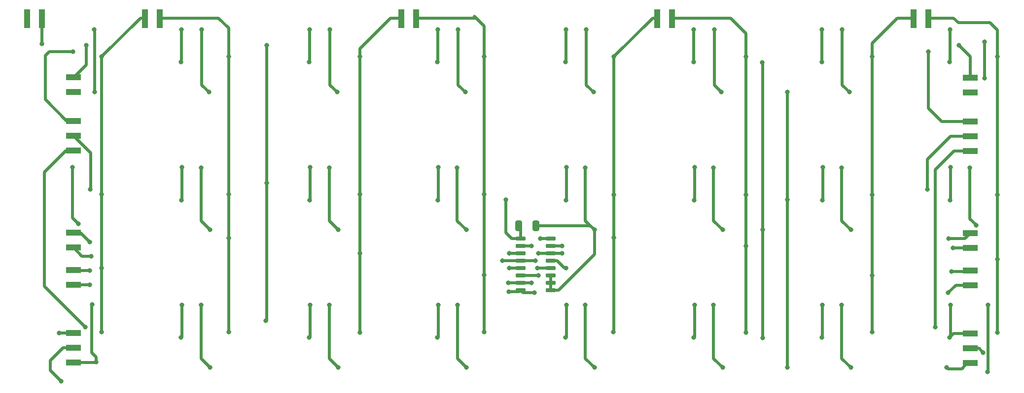
<source format=gbr>
%TF.GenerationSoftware,KiCad,Pcbnew,(6.0.7-1)-1*%
%TF.CreationDate,2022-12-02T15:50:44+01:00*%
%TF.ProjectId,3x8,3378382e-6b69-4636-9164-5f7063625858,rev?*%
%TF.SameCoordinates,Original*%
%TF.FileFunction,Copper,L2,Bot*%
%TF.FilePolarity,Positive*%
%FSLAX46Y46*%
G04 Gerber Fmt 4.6, Leading zero omitted, Abs format (unit mm)*
G04 Created by KiCad (PCBNEW (6.0.7-1)-1) date 2022-12-02 15:50:44*
%MOMM*%
%LPD*%
G01*
G04 APERTURE LIST*
G04 Aperture macros list*
%AMRoundRect*
0 Rectangle with rounded corners*
0 $1 Rounding radius*
0 $2 $3 $4 $5 $6 $7 $8 $9 X,Y pos of 4 corners*
0 Add a 4 corners polygon primitive as box body*
4,1,4,$2,$3,$4,$5,$6,$7,$8,$9,$2,$3,0*
0 Add four circle primitives for the rounded corners*
1,1,$1+$1,$2,$3*
1,1,$1+$1,$4,$5*
1,1,$1+$1,$6,$7*
1,1,$1+$1,$8,$9*
0 Add four rect primitives between the rounded corners*
20,1,$1+$1,$2,$3,$4,$5,0*
20,1,$1+$1,$4,$5,$6,$7,0*
20,1,$1+$1,$6,$7,$8,$9,0*
20,1,$1+$1,$8,$9,$2,$3,0*%
G04 Aperture macros list end*
%TA.AperFunction,SMDPad,CuDef*%
%ADD10R,2.600000X1.020000*%
%TD*%
%TA.AperFunction,SMDPad,CuDef*%
%ADD11R,1.020000X3.200000*%
%TD*%
%TA.AperFunction,SMDPad,CuDef*%
%ADD12RoundRect,0.150000X0.725000X0.150000X-0.725000X0.150000X-0.725000X-0.150000X0.725000X-0.150000X0*%
%TD*%
%TA.AperFunction,SMDPad,CuDef*%
%ADD13RoundRect,0.250000X-0.325000X-0.650000X0.325000X-0.650000X0.325000X0.650000X-0.325000X0.650000X0*%
%TD*%
%TA.AperFunction,ViaPad*%
%ADD14C,0.800000*%
%TD*%
%TA.AperFunction,Conductor*%
%ADD15C,0.500000*%
%TD*%
G04 APERTURE END LIST*
D10*
%TO.P,J19,1,Pin_1*%
%TO.N,S0*%
X182020000Y-79110000D03*
%TO.P,J19,2,Pin_2*%
%TO.N,S1*%
X182020000Y-81650000D03*
%TD*%
%TO.P,J16,1,Pin_1*%
%TO.N,P*%
X27970000Y-95000000D03*
%TO.P,J16,2,Pin_2*%
%TO.N,LedOut*%
X27970000Y-92460000D03*
%TO.P,J16,3,Pin_3*%
%TO.N,GND*%
X27970000Y-89920000D03*
%TD*%
D11*
%TO.P,J2,1,Pin_1*%
%TO.N,HallOut1*%
X40280000Y-35810000D03*
%TO.P,J2,2,Pin_2*%
%TO.N,HallOut2*%
X42820000Y-35810000D03*
%TD*%
D10*
%TO.P,J13,1,Pin_1*%
%TO.N,PQ1*%
X182030000Y-53475000D03*
%TO.P,J13,2,Pin_2*%
%TO.N,PQ2*%
X182030000Y-56015000D03*
%TO.P,J13,3,Pin_3*%
%TO.N,PQ3*%
X182030000Y-58555000D03*
%TD*%
D12*
%TO.P,UI1,1,Y0*%
%TO.N,HallOut2*%
X109936904Y-73635000D03*
%TO.P,UI1,2,Y2*%
%TO.N,HallOut6*%
X109936904Y-74905000D03*
%TO.P,UI1,3,Y*%
%TO.N,Hall2*%
X109936904Y-76175000D03*
%TO.P,UI1,4,Y3*%
%TO.N,HallOut8*%
X109936904Y-77445000D03*
%TO.P,UI1,5,Y1*%
%TO.N,HallOut4*%
X109936904Y-78715000D03*
%TO.P,UI1,6,Inh*%
%TO.N,GND*%
X109936904Y-79985000D03*
%TO.P,UI1,7,VEE*%
X109936904Y-81255000D03*
%TO.P,UI1,8,VSS*%
X109936904Y-82525000D03*
%TO.P,UI1,9,B*%
%TO.N,S1*%
X104786904Y-82525000D03*
%TO.P,UI1,10,A*%
%TO.N,S0*%
X104786904Y-81255000D03*
%TO.P,UI1,11,X3*%
%TO.N,HallOut7*%
X104786904Y-79985000D03*
%TO.P,UI1,12,X0*%
%TO.N,HallOut1*%
X104786904Y-78715000D03*
%TO.P,UI1,13,X*%
%TO.N,Hall1*%
X104786904Y-77445000D03*
%TO.P,UI1,14,X1*%
%TO.N,HallOut3*%
X104786904Y-76175000D03*
%TO.P,UI1,15,X2*%
%TO.N,HallOut5*%
X104786904Y-74905000D03*
%TO.P,UI1,16,VDD*%
%TO.N,P*%
X104786904Y-73635000D03*
%TD*%
D10*
%TO.P,J14,1,Pin_1*%
%TO.N,unconnected-(J14-Pad1)*%
X27980000Y-48450000D03*
%TO.P,J14,2,Pin_2*%
%TO.N,AGND*%
X27980000Y-45910000D03*
%TD*%
%TO.P,J17,1,Pin_1*%
%TO.N,GND*%
X182030000Y-90000000D03*
%TO.P,J17,2,Pin_2*%
%TO.N,LedOut*%
X182030000Y-92540000D03*
%TO.P,J17,3,Pin_3*%
%TO.N,P*%
X182030000Y-95080000D03*
%TD*%
D11*
%TO.P,J3,1,Pin_1*%
%TO.N,HallOut3*%
X84280000Y-35810000D03*
%TO.P,J3,2,Pin_2*%
%TO.N,HallOut4*%
X86820000Y-35810000D03*
%TD*%
D13*
%TO.P,CI1,1*%
%TO.N,P*%
X104485000Y-71440000D03*
%TO.P,CI1,2*%
%TO.N,GND*%
X107435000Y-71440000D03*
%TD*%
D10*
%TO.P,J20,1,Pin_1*%
%TO.N,Hall1*%
X27980000Y-75180000D03*
%TO.P,J20,2,Pin_2*%
%TO.N,Hall2*%
X27980000Y-72640000D03*
%TD*%
%TO.P,J18,1,Pin_1*%
%TO.N,S1*%
X27980000Y-81590000D03*
%TO.P,J18,2,Pin_2*%
%TO.N,S0*%
X27980000Y-79050000D03*
%TD*%
D11*
%TO.P,J10,1,Pin_1*%
%TO.N,unconnected-(J10-Pad1)*%
X20080000Y-35810000D03*
%TO.P,J10,2,Pin_2*%
%TO.N,LedIn*%
X22620000Y-35810000D03*
%TD*%
D10*
%TO.P,J21,1,Pin_1*%
%TO.N,Hall2*%
X182020000Y-72700000D03*
%TO.P,J21,2,Pin_2*%
%TO.N,Hall1*%
X182020000Y-75240000D03*
%TD*%
%TO.P,J15,1,Pin_1*%
%TO.N,AGND*%
X182020000Y-45970000D03*
%TO.P,J15,2,Pin_2*%
%TO.N,unconnected-(J15-Pad2)*%
X182020000Y-48510000D03*
%TD*%
%TO.P,J12,1,Pin_1*%
%TO.N,PQ3*%
X27970000Y-58475000D03*
%TO.P,J12,2,Pin_2*%
%TO.N,PQ2*%
X27970000Y-55935000D03*
%TO.P,J12,3,Pin_3*%
%TO.N,PQ1*%
X27970000Y-53395000D03*
%TD*%
D11*
%TO.P,J5,1,Pin_1*%
%TO.N,HallOut7*%
X172280000Y-35810000D03*
%TO.P,J5,2,Pin_2*%
%TO.N,HallOut8*%
X174820000Y-35810000D03*
%TD*%
%TO.P,J4,1,Pin_1*%
%TO.N,HallOut5*%
X128280000Y-35810000D03*
%TO.P,J4,2,Pin_2*%
%TO.N,HallOut6*%
X130820000Y-35810000D03*
%TD*%
D14*
%TO.N,P*%
X93920000Y-85050000D03*
X150586402Y-66993598D03*
X184970000Y-96580000D03*
X90576200Y-67046400D03*
X139476200Y-95846402D03*
X139283598Y-48446402D03*
X49920000Y-85050000D03*
X90650000Y-61360000D03*
X137920000Y-85050000D03*
X72030000Y-37700000D03*
X159920000Y-85050000D03*
X178650000Y-61360000D03*
X94030000Y-37700000D03*
X112650000Y-61360000D03*
X31560000Y-37700000D03*
X73283598Y-48446402D03*
X31933599Y-94896401D03*
X51283598Y-48446402D03*
X117476200Y-95846402D03*
X68650000Y-61360000D03*
X112576200Y-67046400D03*
X31663598Y-48446402D03*
X177943598Y-95846402D03*
X161476200Y-95846402D03*
X116030000Y-37700000D03*
X161283598Y-48446402D03*
X31250000Y-85020000D03*
X102289999Y-66950001D03*
X185050000Y-85060000D03*
X50030000Y-37700000D03*
X160030000Y-37700000D03*
X150573598Y-95846402D03*
X73476200Y-95846402D03*
X156576200Y-67046400D03*
X46576200Y-67046400D03*
X71920000Y-85050000D03*
X115920000Y-85050000D03*
X184420000Y-39800000D03*
X95283598Y-48446402D03*
X117283598Y-48446402D03*
X156650000Y-61360000D03*
X134650000Y-61360000D03*
X46650000Y-61360000D03*
X51476200Y-95846402D03*
X68576200Y-67046400D03*
X138030000Y-37700000D03*
X184440000Y-46060000D03*
X150586402Y-48446402D03*
X95476200Y-95846402D03*
X178576200Y-67046400D03*
X134576200Y-67046400D03*
%TO.N,LedIn*%
X22620000Y-40140000D03*
%TO.N,GND*%
X28870000Y-71130000D03*
X134640000Y-85110000D03*
X90640000Y-85110000D03*
X156540000Y-37700000D03*
X137900000Y-61420000D03*
X46540000Y-37700000D03*
X73476200Y-72146402D03*
X146396400Y-72103600D03*
X112640000Y-85110000D03*
X182981301Y-71391301D03*
X95476200Y-72146402D03*
X134479801Y-43250001D03*
X112540000Y-37700000D03*
X181900000Y-61420000D03*
X68640000Y-85110000D03*
X46479801Y-90650001D03*
X90540000Y-37700000D03*
X68479801Y-43250001D03*
X178479801Y-43250001D03*
X49900000Y-61420000D03*
X139476200Y-72146402D03*
X112479801Y-90650001D03*
X159900000Y-61420000D03*
X90479801Y-43250001D03*
X156640000Y-85110000D03*
X178479801Y-90650001D03*
X178640000Y-85110000D03*
X178540000Y-37700000D03*
X51476200Y-72146402D03*
X90479801Y-90650001D03*
X71900000Y-61420000D03*
X46479801Y-43250001D03*
X46640000Y-85110000D03*
X112479801Y-43250001D03*
X27860000Y-61390000D03*
X117476200Y-72146402D03*
X156479801Y-43250001D03*
X25526201Y-89886201D03*
X68479801Y-90650001D03*
X68540000Y-37700000D03*
X146396400Y-90746400D03*
X115900000Y-61420000D03*
X161476200Y-72146402D03*
X93900000Y-61420000D03*
X156479801Y-90650001D03*
X146313600Y-43346400D03*
X134479801Y-90650001D03*
X134540000Y-37700000D03*
%TO.N,S1*%
X30760000Y-81600000D03*
X102720000Y-82790000D03*
X107200000Y-82980000D03*
X178230000Y-82980000D03*
%TO.N,S0*%
X102650000Y-81250000D03*
X30810000Y-79110000D03*
X178750000Y-79300000D03*
X106690000Y-81260000D03*
%TO.N,Hall2*%
X111870000Y-76160000D03*
X30790000Y-74240000D03*
X178290000Y-73650000D03*
X107840000Y-76210000D03*
%TO.N,Hall1*%
X101640000Y-77440000D03*
X31010000Y-76660000D03*
X179030000Y-75230000D03*
X107340000Y-77440000D03*
%TO.N,LedOut*%
X25860000Y-98220000D03*
X184200500Y-93250000D03*
%TO.N,PQ1*%
X174840001Y-41449999D03*
X27950001Y-41449999D03*
%TO.N,PQ2*%
X174670001Y-65149999D03*
X30882601Y-65147399D03*
%TO.N,PQ3*%
X176030001Y-88849999D03*
X30010001Y-88849999D03*
%TO.N,HallOut1*%
X32842000Y-65997400D03*
X32842000Y-89771800D03*
X32842000Y-78732000D03*
X102860000Y-78720000D03*
X32842000Y-42350000D03*
%TO.N,HallOut2*%
X108140000Y-73650000D03*
X54686000Y-73586000D03*
X54686000Y-89771800D03*
X54686000Y-66048200D03*
X54686000Y-42350000D03*
%TO.N,HallOut3*%
X77170000Y-76180000D03*
X102820000Y-76170000D03*
X77170000Y-66020000D03*
X77160000Y-89810000D03*
X77170000Y-42360000D03*
%TO.N,HallOut4*%
X98545200Y-66004000D03*
X107670000Y-78710000D03*
X98545200Y-79924800D03*
X98545200Y-89753000D03*
X98545200Y-42350000D03*
%TO.N,HallOut5*%
X120776800Y-66073600D03*
X120776800Y-73493200D03*
X120776800Y-42350000D03*
X120750000Y-89700000D03*
X106690000Y-74910000D03*
%TO.N,HallOut6*%
X143459000Y-66073600D03*
X143459000Y-74891000D03*
X111920000Y-74930000D03*
X143459000Y-89797200D03*
X143459000Y-42350000D03*
%TO.N,HallOut7*%
X165125200Y-66149800D03*
X165125200Y-79994800D03*
X165120000Y-89760000D03*
X165125200Y-42350000D03*
X107810000Y-79960000D03*
%TO.N,HallOut8*%
X186639000Y-89848000D03*
X186639000Y-66073600D03*
X186639000Y-77241000D03*
X112620000Y-78750000D03*
X186639000Y-42350000D03*
%TO.N,AGND*%
X180030000Y-40350000D03*
X30170000Y-40350000D03*
X61160000Y-40350000D03*
X61160000Y-64070000D03*
X61050000Y-87750000D03*
%TD*%
D15*
%TO.N,P*%
X94030000Y-37700000D02*
X94030000Y-47192804D01*
X31663598Y-48446402D02*
X31663598Y-37803598D01*
X116030000Y-37700000D02*
X116030000Y-47192804D01*
X115920000Y-85050000D02*
X115920000Y-94290202D01*
X90650000Y-61360000D02*
X90650000Y-66972600D01*
X178177196Y-96080000D02*
X177943598Y-95846402D01*
X184440000Y-39820000D02*
X184420000Y-39800000D01*
X178650000Y-61360000D02*
X178650000Y-66972600D01*
X46650000Y-66972600D02*
X46576200Y-67046400D01*
X49920000Y-85050000D02*
X49920000Y-94290202D01*
X31830000Y-95000000D02*
X31933599Y-94896401D01*
X104786904Y-73635000D02*
X103295000Y-73635000D01*
X71920000Y-85050000D02*
X71920000Y-94290202D01*
X138030000Y-47192804D02*
X139283598Y-48446402D01*
X50030000Y-37700000D02*
X50030000Y-47192804D01*
X112650000Y-61360000D02*
X112650000Y-66972600D01*
X50030000Y-47192804D02*
X51283598Y-48446402D01*
X159920000Y-85050000D02*
X159920000Y-94290202D01*
X31663598Y-37803598D02*
X31560000Y-37700000D01*
X150586402Y-66993598D02*
X150586402Y-95833598D01*
X46650000Y-61360000D02*
X46650000Y-66972600D01*
X31933599Y-94063599D02*
X31160000Y-93290000D01*
X93920000Y-85050000D02*
X93920000Y-94290202D01*
X181540000Y-95080000D02*
X180540000Y-96080000D01*
X159920000Y-94290202D02*
X161476200Y-95846402D01*
X150586402Y-48446402D02*
X150586402Y-66993598D01*
X185050000Y-85060000D02*
X185050000Y-96500000D01*
X31160000Y-85110000D02*
X31250000Y-85020000D01*
X180540000Y-96080000D02*
X178177196Y-96080000D01*
X134650000Y-61360000D02*
X134650000Y-66972600D01*
X94030000Y-47192804D02*
X95283598Y-48446402D01*
X102289999Y-72629999D02*
X102289999Y-66950001D01*
X160030000Y-37700000D02*
X160030000Y-47192804D01*
X185050000Y-96500000D02*
X184970000Y-96580000D01*
X138030000Y-37700000D02*
X138030000Y-47192804D01*
X68650000Y-61360000D02*
X68650000Y-66972600D01*
X137920000Y-85050000D02*
X137920000Y-94290202D01*
X160030000Y-47192804D02*
X161283598Y-48446402D01*
X104786904Y-73635000D02*
X104786904Y-71741904D01*
X49920000Y-94290202D02*
X51476200Y-95846402D01*
X115920000Y-94290202D02*
X117476200Y-95846402D01*
X184440000Y-46060000D02*
X184440000Y-39820000D01*
X31933599Y-94896401D02*
X31933599Y-94063599D01*
X137920000Y-94290202D02*
X139476200Y-95846402D01*
X156650000Y-61360000D02*
X156650000Y-66972600D01*
X71920000Y-94290202D02*
X73476200Y-95846402D01*
X150586402Y-95833598D02*
X150573598Y-95846402D01*
X27970000Y-95000000D02*
X31830000Y-95000000D01*
X31160000Y-93290000D02*
X31160000Y-85110000D01*
X72030000Y-37700000D02*
X72030000Y-47192804D01*
X72030000Y-47192804D02*
X73283598Y-48446402D01*
X103295000Y-73635000D02*
X102289999Y-72629999D01*
X93920000Y-94290202D02*
X95476200Y-95846402D01*
X116030000Y-47192804D02*
X117283598Y-48446402D01*
%TO.N,LedIn*%
X22620000Y-40140000D02*
X22620000Y-35840000D01*
%TO.N,GND*%
X146313600Y-43346400D02*
X146396400Y-43429200D01*
X182030000Y-90000000D02*
X179129802Y-90000000D01*
X134640000Y-85110000D02*
X134640000Y-90489802D01*
X90540000Y-37700000D02*
X90540000Y-43189802D01*
X179129802Y-90000000D02*
X178479801Y-90650001D01*
X71900000Y-70570202D02*
X73476200Y-72146402D01*
X156640000Y-85110000D02*
X156640000Y-90489802D01*
X25560000Y-89920000D02*
X25526201Y-89886201D01*
X27860000Y-70120000D02*
X28870000Y-71130000D01*
X93900000Y-70570202D02*
X95476200Y-72146402D01*
X111295000Y-82525000D02*
X117476200Y-76343800D01*
X134540000Y-37700000D02*
X134540000Y-43189802D01*
X182981301Y-71311301D02*
X182981301Y-71391301D01*
X137900000Y-70570202D02*
X139476200Y-72146402D01*
X46540000Y-43189802D02*
X46479801Y-43250001D01*
X156540000Y-37700000D02*
X156540000Y-43189802D01*
X117476200Y-76343800D02*
X117476200Y-72146402D01*
X68540000Y-37700000D02*
X68540000Y-43189802D01*
X49900000Y-70570202D02*
X51476200Y-72146402D01*
X109936904Y-81255000D02*
X109936904Y-79985000D01*
X115900000Y-61420000D02*
X115900000Y-70570202D01*
X46640000Y-90489802D02*
X46479801Y-90650001D01*
X159900000Y-61420000D02*
X159900000Y-70570202D01*
X68640000Y-85110000D02*
X68640000Y-90489802D01*
X178640000Y-85110000D02*
X178640000Y-90489802D01*
X112540000Y-37700000D02*
X112540000Y-43189802D01*
X107435000Y-71440000D02*
X116769798Y-71440000D01*
X159900000Y-70570202D02*
X161476200Y-72146402D01*
X146396400Y-43429200D02*
X146396400Y-90746400D01*
X112640000Y-85110000D02*
X112640000Y-90489802D01*
X109936904Y-82525000D02*
X111295000Y-82525000D01*
X93900000Y-61420000D02*
X93900000Y-70570202D01*
X46640000Y-85110000D02*
X46640000Y-90489802D01*
X181900000Y-61420000D02*
X181900000Y-70230000D01*
X90640000Y-85110000D02*
X90640000Y-90489802D01*
X181900000Y-70230000D02*
X182981301Y-71311301D01*
X137900000Y-61420000D02*
X137900000Y-70570202D01*
X109936904Y-82525000D02*
X109936904Y-81255000D01*
X115900000Y-70570202D02*
X117476200Y-72146402D01*
X116769798Y-71440000D02*
X117476200Y-72146402D01*
X27970000Y-89920000D02*
X25560000Y-89920000D01*
X71900000Y-61420000D02*
X71900000Y-70570202D01*
X46540000Y-37700000D02*
X46540000Y-43189802D01*
X49900000Y-61420000D02*
X49900000Y-70570202D01*
X27860000Y-61390000D02*
X27860000Y-70120000D01*
X178540000Y-37700000D02*
X178540000Y-43189802D01*
%TO.N,S1*%
X27980000Y-81590000D02*
X30750000Y-81590000D01*
X30750000Y-81590000D02*
X30760000Y-81600000D01*
X105241904Y-82980000D02*
X104786904Y-82525000D01*
X182020000Y-81650000D02*
X179560000Y-81650000D01*
X102720000Y-82790000D02*
X104521904Y-82790000D01*
X104521904Y-82790000D02*
X104786904Y-82525000D01*
X179560000Y-81650000D02*
X178230000Y-82980000D01*
X107200000Y-82980000D02*
X105241904Y-82980000D01*
%TO.N,S0*%
X104786904Y-81255000D02*
X106685000Y-81255000D01*
X106685000Y-81255000D02*
X106690000Y-81260000D01*
X30810000Y-79110000D02*
X28040000Y-79110000D01*
X178750000Y-79300000D02*
X181830000Y-79300000D01*
X102655000Y-81255000D02*
X102650000Y-81250000D01*
X104786904Y-81255000D02*
X102655000Y-81255000D01*
%TO.N,Hall2*%
X107840000Y-76210000D02*
X109901904Y-76210000D01*
X178290000Y-73650000D02*
X181070000Y-73650000D01*
X111855000Y-76175000D02*
X111870000Y-76160000D01*
X109936904Y-76175000D02*
X111855000Y-76175000D01*
X181070000Y-73650000D02*
X182020000Y-72700000D01*
X29190000Y-72640000D02*
X30790000Y-74240000D01*
X27980000Y-72640000D02*
X29190000Y-72640000D01*
%TO.N,Hall1*%
X179040000Y-75240000D02*
X179030000Y-75230000D01*
X104786904Y-77445000D02*
X107335000Y-77445000D01*
X31010000Y-76660000D02*
X29460000Y-76660000D01*
X107335000Y-77445000D02*
X107340000Y-77440000D01*
X101645000Y-77445000D02*
X101640000Y-77440000D01*
X182020000Y-75240000D02*
X179040000Y-75240000D01*
X29460000Y-76660000D02*
X27980000Y-75180000D01*
X104786904Y-77445000D02*
X101645000Y-77445000D01*
%TO.N,LedOut*%
X183490500Y-92540000D02*
X184200500Y-93250000D01*
X26180000Y-92460000D02*
X23990000Y-94650000D01*
X182030000Y-92540000D02*
X183490500Y-92540000D01*
X27970000Y-92460000D02*
X26180000Y-92460000D01*
X23990000Y-96350000D02*
X25860000Y-98220000D01*
X23990000Y-94650000D02*
X23990000Y-96350000D01*
%TO.N,PQ1*%
X23140000Y-42140000D02*
X23830001Y-41449999D01*
X174840001Y-51220001D02*
X174840001Y-41449999D01*
X177095000Y-53475000D02*
X174840001Y-51220001D01*
X27950001Y-41449999D02*
X23830001Y-41449999D01*
X23140000Y-49710000D02*
X23140000Y-42140000D01*
X182030000Y-53475000D02*
X177095000Y-53475000D01*
X27970000Y-53395000D02*
X26825000Y-53395000D01*
X26825000Y-53395000D02*
X23140000Y-49710000D01*
%TO.N,PQ2*%
X30980000Y-58945000D02*
X30980000Y-65050000D01*
X178645000Y-56015000D02*
X174670001Y-59989999D01*
X27970000Y-55935000D02*
X30980000Y-58945000D01*
X30980000Y-65050000D02*
X30882601Y-65147399D01*
X174670001Y-59989999D02*
X174670001Y-65149999D01*
X182030000Y-56015000D02*
X178645000Y-56015000D01*
%TO.N,PQ3*%
X26725000Y-58475000D02*
X23020000Y-62180000D01*
X182030000Y-58555000D02*
X179245000Y-58555000D01*
X23020000Y-81859998D02*
X30010001Y-88849999D01*
X23020000Y-62180000D02*
X23020000Y-81859998D01*
X27970000Y-58475000D02*
X26725000Y-58475000D01*
X179245000Y-58555000D02*
X176030001Y-61769999D01*
X176030001Y-61769999D02*
X176030001Y-88849999D01*
%TO.N,HallOut1*%
X32842000Y-42350000D02*
X39512000Y-35680000D01*
X102865000Y-78715000D02*
X102860000Y-78720000D01*
X32842000Y-78732000D02*
X32842000Y-89771800D01*
X32842000Y-65997400D02*
X32842000Y-78732000D01*
X104786904Y-78715000D02*
X102865000Y-78715000D01*
X39512000Y-35680000D02*
X40280000Y-35680000D01*
X32842000Y-42350000D02*
X32842000Y-65997400D01*
%TO.N,HallOut2*%
X54686000Y-66048200D02*
X54686000Y-89771800D01*
X54686000Y-42350000D02*
X54686000Y-66048200D01*
X52920000Y-35680000D02*
X54686000Y-37446000D01*
X42820000Y-35680000D02*
X52920000Y-35680000D01*
X108155000Y-73635000D02*
X108140000Y-73650000D01*
X54686000Y-37446000D02*
X54686000Y-42350000D01*
X109936904Y-73635000D02*
X108155000Y-73635000D01*
%TO.N,HallOut3*%
X77170000Y-76180000D02*
X77170000Y-89800000D01*
X104786904Y-76175000D02*
X102825000Y-76175000D01*
X102825000Y-76175000D02*
X102820000Y-76170000D01*
X77170000Y-66020000D02*
X77170000Y-76180000D01*
X77170000Y-42360000D02*
X77170000Y-40950000D01*
X77170000Y-40950000D02*
X82440000Y-35680000D01*
X77170000Y-89800000D02*
X77160000Y-89810000D01*
X77170000Y-65820000D02*
X77170000Y-66020000D01*
X77170000Y-42360000D02*
X77170000Y-65820000D01*
X82440000Y-35680000D02*
X84280000Y-35680000D01*
%TO.N,HallOut4*%
X98545200Y-42350000D02*
X98545200Y-66004000D01*
X98545200Y-79924800D02*
X98545200Y-89753000D01*
X98545200Y-66004000D02*
X98545200Y-79924800D01*
X109936904Y-78715000D02*
X107675000Y-78715000D01*
X107675000Y-78715000D02*
X107670000Y-78710000D01*
X96840000Y-35380000D02*
X98545200Y-37085200D01*
X97140000Y-35680000D02*
X86820000Y-35680000D01*
X98545200Y-42350000D02*
X98545200Y-37085200D01*
%TO.N,HallOut5*%
X120776800Y-42350000D02*
X120776800Y-66073600D01*
X120776800Y-42350000D02*
X127446800Y-35680000D01*
X120776800Y-66073600D02*
X120776800Y-89673200D01*
X127446800Y-35680000D02*
X128280000Y-35680000D01*
X104786904Y-74905000D02*
X106685000Y-74905000D01*
X120776800Y-89673200D02*
X120750000Y-89700000D01*
X106685000Y-74905000D02*
X106690000Y-74910000D01*
%TO.N,HallOut6*%
X143459000Y-38299000D02*
X143459000Y-42350000D01*
X109936904Y-74905000D02*
X111895000Y-74905000D01*
X143459000Y-42350000D02*
X143459000Y-66073600D01*
X140840000Y-35680000D02*
X143459000Y-38299000D01*
X130820000Y-35680000D02*
X140840000Y-35680000D01*
X143459000Y-74891000D02*
X143459000Y-89797200D01*
X143459000Y-66073600D02*
X143459000Y-74891000D01*
X111895000Y-74905000D02*
X111920000Y-74930000D01*
%TO.N,HallOut7*%
X106730000Y-79960000D02*
X107810000Y-79960000D01*
X106705000Y-79985000D02*
X106730000Y-79960000D01*
X104786904Y-79985000D02*
X106705000Y-79985000D01*
X165125200Y-42350000D02*
X165125200Y-66149800D01*
X169440000Y-35680000D02*
X172280000Y-35680000D01*
X165125200Y-66149800D02*
X165125200Y-89754800D01*
X165125200Y-42350000D02*
X165125200Y-39994800D01*
X165125200Y-39994800D02*
X169440000Y-35680000D01*
X165125200Y-89754800D02*
X165120000Y-89760000D01*
%TO.N,HallOut8*%
X179950000Y-36490000D02*
X185410000Y-36490000D01*
X186639000Y-42350000D02*
X186639000Y-66073600D01*
X179140000Y-35680000D02*
X179950000Y-36490000D01*
X112360000Y-78750000D02*
X112620000Y-78750000D01*
X185410000Y-36490000D02*
X186639000Y-37719000D01*
X174820000Y-35680000D02*
X179140000Y-35680000D01*
X186639000Y-77241000D02*
X186639000Y-89848000D01*
X111055000Y-77445000D02*
X112360000Y-78750000D01*
X186639000Y-37719000D02*
X186639000Y-42350000D01*
X109936904Y-77445000D02*
X111055000Y-77445000D01*
X186639000Y-66073600D02*
X186639000Y-77241000D01*
%TO.N,AGND*%
X182020000Y-42340000D02*
X180030000Y-40350000D01*
X30170000Y-43800000D02*
X30170000Y-40350000D01*
X61160000Y-64070000D02*
X61160000Y-87640000D01*
X61160000Y-87640000D02*
X61050000Y-87750000D01*
X61160000Y-40350000D02*
X61160000Y-64070000D01*
X28060000Y-45910000D02*
X30170000Y-43800000D01*
X182020000Y-45970000D02*
X182020000Y-42340000D01*
%TD*%
M02*

</source>
